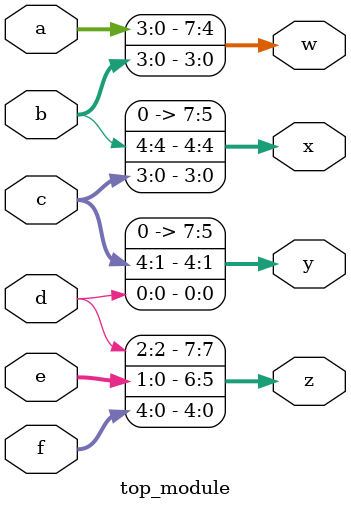
<source format=sv>
module top_module (
	input [4:0] a,
	input [4:0] b,
	input [4:0] c,
	input [4:0] d,
	input [4:0] e,
	input [4:0] f,
	output [7:0] w,
	output [7:0] x,
	output [7:0] y,
	output [7:0] z
);
	
	assign w = {a, b[3:0]};
	assign x = {b[4], c[3:0]};
	assign y = {c[4:1], d[0]};
	assign z = {d[4:2], e[1:0], f};

endmodule

</source>
